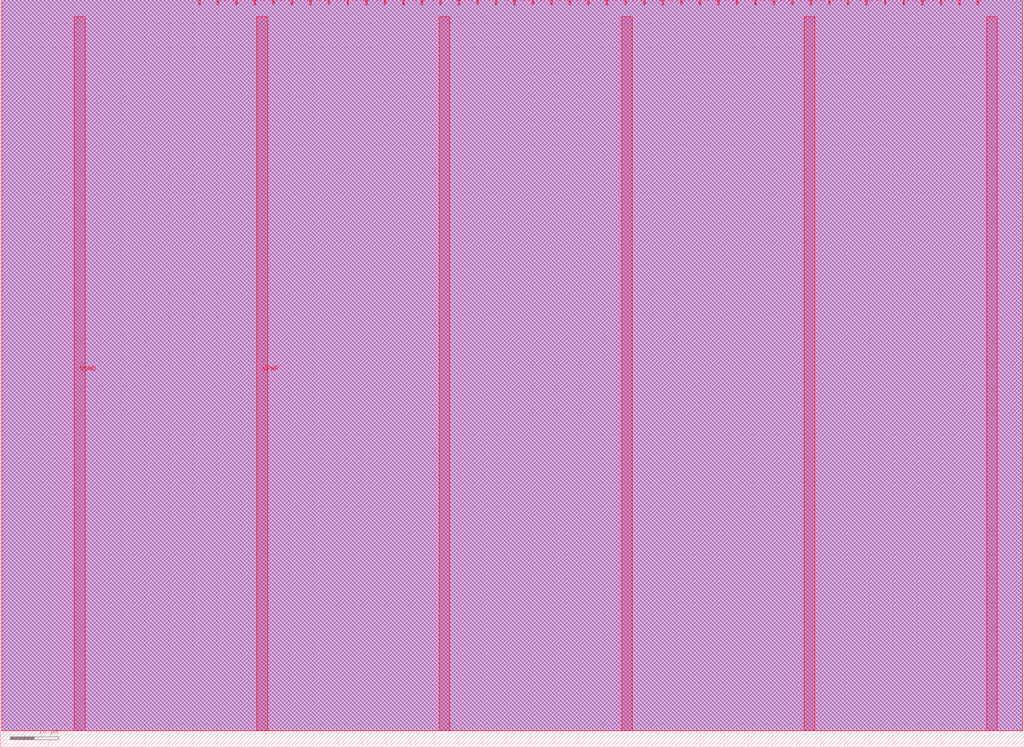
<source format=lef>
VERSION 5.8 ;
BUSBITCHARS "[]" ;
DIVIDERCHAR "/" ;
UNITS
    DATABASE MICRONS 1000 ;
END UNITS

VIA tt_um_snow_via1_2_2200_440_1_5_410_410
  VIARULE via1Array ;
  CUTSIZE 0.19 0.19 ;
  LAYERS Metal1 Via1 Metal2 ;
  CUTSPACING 0.22 0.22 ;
  ENCLOSURE 0.01 0.125 0.05 0.005 ;
  ROWCOL 1 5 ;
END tt_um_snow_via1_2_2200_440_1_5_410_410

VIA tt_um_snow_via2_3_2200_440_1_5_410_410
  VIARULE via2Array ;
  CUTSIZE 0.19 0.19 ;
  LAYERS Metal2 Via2 Metal3 ;
  CUTSPACING 0.22 0.22 ;
  ENCLOSURE 0.05 0.005 0.005 0.05 ;
  ROWCOL 1 5 ;
END tt_um_snow_via2_3_2200_440_1_5_410_410

VIA tt_um_snow_via3_4_2200_440_1_5_410_410
  VIARULE via3Array ;
  CUTSIZE 0.19 0.19 ;
  LAYERS Metal3 Via3 Metal4 ;
  CUTSPACING 0.22 0.22 ;
  ENCLOSURE 0.005 0.05 0.05 0.005 ;
  ROWCOL 1 5 ;
END tt_um_snow_via3_4_2200_440_1_5_410_410

VIA tt_um_snow_via4_5_2200_440_1_5_410_410
  VIARULE via4Array ;
  CUTSIZE 0.19 0.19 ;
  LAYERS Metal4 Via4 Metal5 ;
  CUTSPACING 0.22 0.22 ;
  ENCLOSURE 0.05 0.005 0.185 0.05 ;
  ROWCOL 1 5 ;
END tt_um_snow_via4_5_2200_440_1_5_410_410

MACRO tt_um_snow
  FOREIGN tt_um_snow 0 0 ;
  CLASS BLOCK ;
  SIZE 212.16 BY 154.98 ;
  PIN clk
    DIRECTION INPUT ;
    USE SIGNAL ;
    PORT
      LAYER Metal5 ;
        RECT  198.57 153.98 198.87 154.98 ;
    END
  END clk
  PIN ena
    DIRECTION INPUT ;
    USE SIGNAL ;
    PORT
      LAYER Metal5 ;
        RECT  202.41 153.98 202.71 154.98 ;
    END
  END ena
  PIN rst_n
    DIRECTION INPUT ;
    USE SIGNAL ;
    PORT
      LAYER Metal5 ;
        RECT  194.73 153.98 195.03 154.98 ;
    END
  END rst_n
  PIN ui_in[0]
    DIRECTION INPUT ;
    USE SIGNAL ;
    PORT
      LAYER Metal5 ;
        RECT  190.89 153.98 191.19 154.98 ;
    END
  END ui_in[0]
  PIN ui_in[1]
    DIRECTION INPUT ;
    USE SIGNAL ;
    PORT
      LAYER Metal5 ;
        RECT  187.05 153.98 187.35 154.98 ;
    END
  END ui_in[1]
  PIN ui_in[2]
    DIRECTION INPUT ;
    USE SIGNAL ;
    PORT
      LAYER Metal5 ;
        RECT  183.21 153.98 183.51 154.98 ;
    END
  END ui_in[2]
  PIN ui_in[3]
    DIRECTION INPUT ;
    USE SIGNAL ;
    PORT
      LAYER Metal5 ;
        RECT  179.37 153.98 179.67 154.98 ;
    END
  END ui_in[3]
  PIN ui_in[4]
    DIRECTION INPUT ;
    USE SIGNAL ;
    PORT
      LAYER Metal5 ;
        RECT  175.53 153.98 175.83 154.98 ;
    END
  END ui_in[4]
  PIN ui_in[5]
    DIRECTION INPUT ;
    USE SIGNAL ;
    PORT
      LAYER Metal5 ;
        RECT  171.69 153.98 171.99 154.98 ;
    END
  END ui_in[5]
  PIN ui_in[6]
    DIRECTION INPUT ;
    USE SIGNAL ;
    PORT
      LAYER Metal5 ;
        RECT  167.85 153.98 168.15 154.98 ;
    END
  END ui_in[6]
  PIN ui_in[7]
    DIRECTION INPUT ;
    USE SIGNAL ;
    PORT
      LAYER Metal5 ;
        RECT  164.01 153.98 164.31 154.98 ;
    END
  END ui_in[7]
  PIN uio_in[0]
    DIRECTION INPUT ;
    USE SIGNAL ;
    PORT
      LAYER Metal5 ;
        RECT  160.17 153.98 160.47 154.98 ;
    END
  END uio_in[0]
  PIN uio_in[1]
    DIRECTION INPUT ;
    USE SIGNAL ;
    PORT
      LAYER Metal5 ;
        RECT  156.33 153.98 156.63 154.98 ;
    END
  END uio_in[1]
  PIN uio_in[2]
    DIRECTION INPUT ;
    USE SIGNAL ;
    PORT
      LAYER Metal5 ;
        RECT  152.49 153.98 152.79 154.98 ;
    END
  END uio_in[2]
  PIN uio_in[3]
    DIRECTION INPUT ;
    USE SIGNAL ;
    PORT
      LAYER Metal5 ;
        RECT  148.65 153.98 148.95 154.98 ;
    END
  END uio_in[3]
  PIN uio_in[4]
    DIRECTION INPUT ;
    USE SIGNAL ;
    PORT
      LAYER Metal5 ;
        RECT  144.81 153.98 145.11 154.98 ;
    END
  END uio_in[4]
  PIN uio_in[5]
    DIRECTION INPUT ;
    USE SIGNAL ;
    PORT
      LAYER Metal5 ;
        RECT  140.97 153.98 141.27 154.98 ;
    END
  END uio_in[5]
  PIN uio_in[6]
    DIRECTION INPUT ;
    USE SIGNAL ;
    PORT
      LAYER Metal5 ;
        RECT  137.13 153.98 137.43 154.98 ;
    END
  END uio_in[6]
  PIN uio_in[7]
    DIRECTION INPUT ;
    USE SIGNAL ;
    PORT
      LAYER Metal5 ;
        RECT  133.29 153.98 133.59 154.98 ;
    END
  END uio_in[7]
  PIN uio_oe[0]
    DIRECTION OUTPUT ;
    USE SIGNAL ;
    PORT
      LAYER Metal5 ;
        RECT  68.01 153.98 68.31 154.98 ;
    END
  END uio_oe[0]
  PIN uio_oe[1]
    DIRECTION OUTPUT ;
    USE SIGNAL ;
    PORT
      LAYER Metal5 ;
        RECT  64.17 153.98 64.47 154.98 ;
    END
  END uio_oe[1]
  PIN uio_oe[2]
    DIRECTION OUTPUT ;
    USE SIGNAL ;
    PORT
      LAYER Metal5 ;
        RECT  60.33 153.98 60.63 154.98 ;
    END
  END uio_oe[2]
  PIN uio_oe[3]
    DIRECTION OUTPUT ;
    USE SIGNAL ;
    PORT
      LAYER Metal5 ;
        RECT  56.49 153.98 56.79 154.98 ;
    END
  END uio_oe[3]
  PIN uio_oe[4]
    DIRECTION OUTPUT ;
    USE SIGNAL ;
    PORT
      LAYER Metal5 ;
        RECT  52.65 153.98 52.95 154.98 ;
    END
  END uio_oe[4]
  PIN uio_oe[5]
    DIRECTION OUTPUT ;
    USE SIGNAL ;
    PORT
      LAYER Metal5 ;
        RECT  48.81 153.98 49.11 154.98 ;
    END
  END uio_oe[5]
  PIN uio_oe[6]
    DIRECTION OUTPUT ;
    USE SIGNAL ;
    PORT
      LAYER Metal5 ;
        RECT  44.97 153.98 45.27 154.98 ;
    END
  END uio_oe[6]
  PIN uio_oe[7]
    DIRECTION OUTPUT ;
    USE SIGNAL ;
    PORT
      LAYER Metal5 ;
        RECT  41.13 153.98 41.43 154.98 ;
    END
  END uio_oe[7]
  PIN uio_out[0]
    DIRECTION OUTPUT ;
    USE SIGNAL ;
    PORT
      LAYER Metal5 ;
        RECT  98.73 153.98 99.03 154.98 ;
    END
  END uio_out[0]
  PIN uio_out[1]
    DIRECTION OUTPUT ;
    USE SIGNAL ;
    PORT
      LAYER Metal5 ;
        RECT  94.89 153.98 95.19 154.98 ;
    END
  END uio_out[1]
  PIN uio_out[2]
    DIRECTION OUTPUT ;
    USE SIGNAL ;
    PORT
      LAYER Metal5 ;
        RECT  91.05 153.98 91.35 154.98 ;
    END
  END uio_out[2]
  PIN uio_out[3]
    DIRECTION OUTPUT ;
    USE SIGNAL ;
    PORT
      LAYER Metal5 ;
        RECT  87.21 153.98 87.51 154.98 ;
    END
  END uio_out[3]
  PIN uio_out[4]
    DIRECTION OUTPUT ;
    USE SIGNAL ;
    PORT
      LAYER Metal5 ;
        RECT  83.37 153.98 83.67 154.98 ;
    END
  END uio_out[4]
  PIN uio_out[5]
    DIRECTION OUTPUT ;
    USE SIGNAL ;
    PORT
      LAYER Metal5 ;
        RECT  79.53 153.98 79.83 154.98 ;
    END
  END uio_out[5]
  PIN uio_out[6]
    DIRECTION OUTPUT ;
    USE SIGNAL ;
    PORT
      LAYER Metal5 ;
        RECT  75.69 153.98 75.99 154.98 ;
    END
  END uio_out[6]
  PIN uio_out[7]
    DIRECTION OUTPUT ;
    USE SIGNAL ;
    PORT
      LAYER Metal5 ;
        RECT  71.85 153.98 72.15 154.98 ;
    END
  END uio_out[7]
  PIN uo_out[0]
    DIRECTION OUTPUT ;
    USE SIGNAL ;
    PORT
      LAYER Metal5 ;
        RECT  129.45 153.98 129.75 154.98 ;
    END
  END uo_out[0]
  PIN uo_out[1]
    DIRECTION OUTPUT ;
    USE SIGNAL ;
    PORT
      LAYER Metal5 ;
        RECT  125.61 153.98 125.91 154.98 ;
    END
  END uo_out[1]
  PIN uo_out[2]
    DIRECTION OUTPUT ;
    USE SIGNAL ;
    PORT
      LAYER Metal5 ;
        RECT  121.77 153.98 122.07 154.98 ;
    END
  END uo_out[2]
  PIN uo_out[3]
    DIRECTION OUTPUT ;
    USE SIGNAL ;
    PORT
      LAYER Metal5 ;
        RECT  117.93 153.98 118.23 154.98 ;
    END
  END uo_out[3]
  PIN uo_out[4]
    DIRECTION OUTPUT ;
    USE SIGNAL ;
    PORT
      LAYER Metal5 ;
        RECT  114.09 153.98 114.39 154.98 ;
    END
  END uo_out[4]
  PIN uo_out[5]
    DIRECTION OUTPUT ;
    USE SIGNAL ;
    PORT
      LAYER Metal5 ;
        RECT  110.25 153.98 110.55 154.98 ;
    END
  END uo_out[5]
  PIN uo_out[6]
    DIRECTION OUTPUT ;
    USE SIGNAL ;
    PORT
      LAYER Metal5 ;
        RECT  106.41 153.98 106.71 154.98 ;
    END
  END uo_out[6]
  PIN uo_out[7]
    DIRECTION OUTPUT ;
    USE SIGNAL ;
    PORT
      LAYER Metal5 ;
        RECT  102.57 153.98 102.87 154.98 ;
    END
  END uo_out[7]
  PIN VGND
    DIRECTION INOUT ;
    USE GROUND ;
    PORT
      LAYER Metal5 ;
        RECT  166.58 3.56 168.78 151.42 ;
        RECT  90.98 3.56 93.18 151.42 ;
        RECT  15.38 3.56 17.58 151.42 ;
    END
  END VGND
  PIN VPWR
    DIRECTION INOUT ;
    USE POWER ;
    PORT
      LAYER Metal5 ;
        RECT  204.38 3.56 206.58 151.42 ;
        RECT  128.78 3.56 130.98 151.42 ;
        RECT  53.18 3.56 55.38 151.42 ;
    END
  END VPWR
  OBS
    LAYER Metal1 ;
     RECT  0.335 3.56 211.825 154.98 ;
    LAYER Metal2 ;
     RECT  0.335 3.56 211.825 154.98 ;
    LAYER Metal3 ;
     RECT  0.335 3.56 211.825 154.98 ;
    LAYER Metal4 ;
     RECT  0.335 3.56 211.825 154.98 ;
    LAYER Metal5 ;
     RECT  0.335 3.56 211.825 154.98 ;
  END
END tt_um_snow
END LIBRARY

</source>
